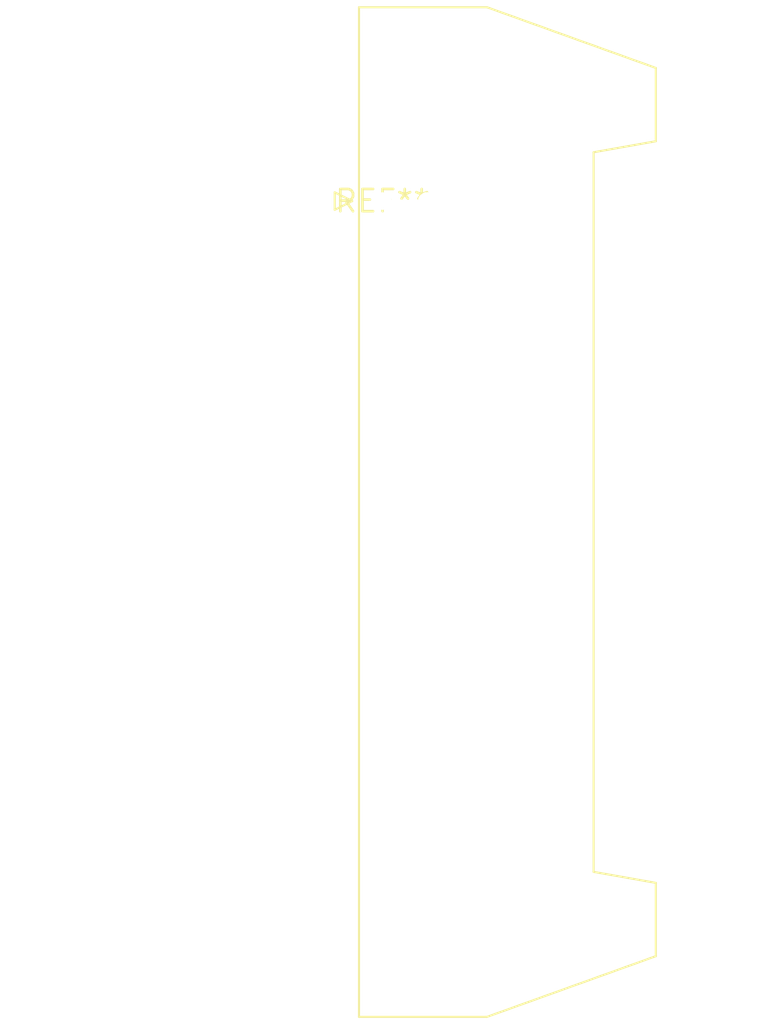
<source format=kicad_pcb>
(kicad_pcb (version 20240108) (generator pcbnew)
  (layers (0 "F.Cu" signal) (31 "B.Cu" signal) (34 "B.Paste" user) (35 "F.Paste" user) (36 "B.SilkS" user "B.Silkscreen") (37 "F.SilkS" user "F.Silkscreen") (38 "B.Mask" user) (39 "F.Mask" user) (44 "Edge.Cuts" user))
  (net 0 "")
  (footprint "IDC-Header_2x15_P2.54mm_Latch_Horizontal" (layer "F.Cu") (at 0 0)
    (property "Reference" "REF**")
    (property "Value" "IDC-Header_2x15_P2.54mm_Latch_Horizontal")
    (fp_line (start -2.74 -0.5) (end -2.74 0.5) (layer "F.SilkS") (stroke (width 0.12)))
    (fp_line (start -2.74 0.5) (end -1.74 0) (layer "F.SilkS") (stroke (width 0.12)))
    (fp_line (start -1.74 0) (end -2.74 -0.5) (layer "F.SilkS") (stroke (width 0.12)))
    (fp_line (start -1.35 -11.08) (end 5.98 -11.08) (layer "F.SilkS") (stroke (width 0.12)))
    (fp_line (start -1.35 46.64) (end -1.35 -11.08) (layer "F.SilkS") (stroke (width 0.12)))
    (fp_line (start 5.98 -11.08) (end 15.64 -7.61) (layer "F.SilkS") (stroke (width 0.12)))
    (fp_line (start 5.98 46.64) (end -1.35 46.64) (layer "F.SilkS") (stroke (width 0.12)))
    (fp_line (start 12.08 -2.79) (end 12.08 38.35) (layer "F.SilkS") (stroke (width 0.12)))
    (fp_line (start 12.08 38.35) (end 15.64 38.98) (layer "F.SilkS") (stroke (width 0.12)))
    (fp_line (start 15.64 -7.61) (end 15.64 -3.42) (layer "F.SilkS") (stroke (width 0.12)))
    (fp_line (start 15.64 -3.42) (end 12.08 -2.79) (layer "F.SilkS") (stroke (width 0.12)))
    (fp_line (start 15.64 38.98) (end 15.64 43.17) (layer "F.SilkS") (stroke (width 0.12)))
    (fp_line (start 15.64 43.17) (end 5.98 46.64) (layer "F.SilkS") (stroke (width 0.12)))
    (pad "1" thru_hole roundrect (at 0 0) (size 1.7 1.7) (drill 1) (layers *.Cu *.Mask) (remove_unused_layers) (roundrect_rratio 0.147059))
    (pad "2" thru_hole circle (at 2.54 0) (size 1.7 1.7) (drill 1) (layers *.Cu *.Mask) (remove_unused_layers))
    (pad "3" thru_hole circle (at 0 2.54) (size 1.7 1.7) (drill 1) (layers *.Cu *.Mask) (remove_unused_layers))
    (pad "4" thru_hole circle (at 2.54 2.54) (size 1.7 1.7) (drill 1) (layers *.Cu *.Mask) (remove_unused_layers))
    (pad "5" thru_hole circle (at 0 5.08) (size 1.7 1.7) (drill 1) (layers *.Cu *.Mask) (remove_unused_layers))
    (pad "6" thru_hole circle (at 2.54 5.08) (size 1.7 1.7) (drill 1) (layers *.Cu *.Mask) (remove_unused_layers))
    (pad "7" thru_hole circle (at 0 7.62) (size 1.7 1.7) (drill 1) (layers *.Cu *.Mask) (remove_unused_layers))
    (pad "8" thru_hole circle (at 2.54 7.62) (size 1.7 1.7) (drill 1) (layers *.Cu *.Mask) (remove_unused_layers))
    (pad "9" thru_hole circle (at 0 10.16) (size 1.7 1.7) (drill 1) (layers *.Cu *.Mask) (remove_unused_layers))
    (pad "10" thru_hole circle (at 2.54 10.16) (size 1.7 1.7) (drill 1) (layers *.Cu *.Mask) (remove_unused_layers))
    (pad "11" thru_hole circle (at 0 12.7) (size 1.7 1.7) (drill 1) (layers *.Cu *.Mask) (remove_unused_layers))
    (pad "12" thru_hole circle (at 2.54 12.7) (size 1.7 1.7) (drill 1) (layers *.Cu *.Mask) (remove_unused_layers))
    (pad "13" thru_hole circle (at 0 15.24) (size 1.7 1.7) (drill 1) (layers *.Cu *.Mask) (remove_unused_layers))
    (pad "14" thru_hole circle (at 2.54 15.24) (size 1.7 1.7) (drill 1) (layers *.Cu *.Mask) (remove_unused_layers))
    (pad "15" thru_hole circle (at 0 17.78) (size 1.7 1.7) (drill 1) (layers *.Cu *.Mask) (remove_unused_layers))
    (pad "16" thru_hole circle (at 2.54 17.78) (size 1.7 1.7) (drill 1) (layers *.Cu *.Mask) (remove_unused_layers))
    (pad "17" thru_hole circle (at 0 20.32) (size 1.7 1.7) (drill 1) (layers *.Cu *.Mask) (remove_unused_layers))
    (pad "18" thru_hole circle (at 2.54 20.32) (size 1.7 1.7) (drill 1) (layers *.Cu *.Mask) (remove_unused_layers))
    (pad "19" thru_hole circle (at 0 22.86) (size 1.7 1.7) (drill 1) (layers *.Cu *.Mask) (remove_unused_layers))
    (pad "20" thru_hole circle (at 2.54 22.86) (size 1.7 1.7) (drill 1) (layers *.Cu *.Mask) (remove_unused_layers))
    (pad "21" thru_hole circle (at 0 25.4) (size 1.7 1.7) (drill 1) (layers *.Cu *.Mask) (remove_unused_layers))
    (pad "22" thru_hole circle (at 2.54 25.4) (size 1.7 1.7) (drill 1) (layers *.Cu *.Mask) (remove_unused_layers))
    (pad "23" thru_hole circle (at 0 27.94) (size 1.7 1.7) (drill 1) (layers *.Cu *.Mask) (remove_unused_layers))
    (pad "24" thru_hole circle (at 2.54 27.94) (size 1.7 1.7) (drill 1) (layers *.Cu *.Mask) (remove_unused_layers))
    (pad "25" thru_hole circle (at 0 30.48) (size 1.7 1.7) (drill 1) (layers *.Cu *.Mask) (remove_unused_layers))
    (pad "26" thru_hole circle (at 2.54 30.48) (size 1.7 1.7) (drill 1) (layers *.Cu *.Mask) (remove_unused_layers))
    (pad "27" thru_hole circle (at 0 33.02) (size 1.7 1.7) (drill 1) (layers *.Cu *.Mask) (remove_unused_layers))
    (pad "28" thru_hole circle (at 2.54 33.02) (size 1.7 1.7) (drill 1) (layers *.Cu *.Mask) (remove_unused_layers))
    (pad "29" thru_hole circle (at 0 35.56) (size 1.7 1.7) (drill 1) (layers *.Cu *.Mask) (remove_unused_layers))
    (pad "30" thru_hole circle (at 2.54 35.56) (size 1.7 1.7) (drill 1) (layers *.Cu *.Mask) (remove_unused_layers))
  )
)
</source>
